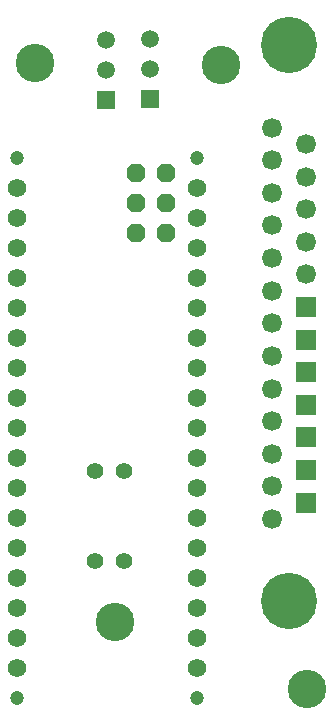
<source format=gbr>
G04 Layer_Color=255*
%FSLAX45Y45*%
%MOMM*%
%TF.FileFunction,Pads,Bot*%
%TF.Part,Single*%
G01*
G75*
%TA.AperFunction,WasherPad*%
%ADD12C,3.25999*%
%TA.AperFunction,ComponentPad*%
%ADD13R,1.50000X1.50000*%
%ADD14C,1.50000*%
%ADD15C,1.69000*%
%ADD16R,1.69000X1.69000*%
%ADD17C,4.76000*%
%ADD18C,1.19990*%
G04:AMPARAMS|DCode=19|XSize=1.5748mm|YSize=1.5748mm|CornerRadius=0mm|HoleSize=0mm|Usage=FLASHONLY|Rotation=270.000|XOffset=0mm|YOffset=0mm|HoleType=Round|Shape=Octagon|*
%AMOCTAGOND19*
4,1,8,-0.39370,-0.78740,0.39370,-0.78740,0.78740,-0.39370,0.78740,0.39370,0.39370,0.78740,-0.39370,0.78740,-0.78740,0.39370,-0.78740,-0.39370,-0.39370,-0.78740,0.0*
%
%ADD19OCTAGOND19*%

%ADD20C,1.57480*%
%ADD21C,1.40000*%
D12*
X400002Y5699999D02*
D03*
X2699998Y399999D02*
D03*
X1970002Y5690001D02*
D03*
X1080001Y970001D02*
D03*
D13*
X1369698Y5397602D02*
D03*
X1000001Y5391998D02*
D03*
D14*
X1369698Y5651602D02*
D03*
Y5905602D02*
D03*
X1000001Y5645998D02*
D03*
Y5899998D02*
D03*
D15*
X2407999Y1843400D02*
D03*
Y2119498D02*
D03*
Y2395596D02*
D03*
Y2671699D02*
D03*
Y2947797D02*
D03*
Y3223900D02*
D03*
Y3499998D02*
D03*
Y3776096D02*
D03*
X2692002Y3914150D02*
D03*
X2407999Y4052199D02*
D03*
X2692002Y4190248D02*
D03*
X2407999Y4328297D02*
D03*
X2692002Y4466346D02*
D03*
X2407999Y4604400D02*
D03*
X2692002Y4742449D02*
D03*
X2407999Y4880498D02*
D03*
X2692002Y5018547D02*
D03*
X2407999Y5156596D02*
D03*
D16*
X2692002Y1981449D02*
D03*
Y2257547D02*
D03*
Y2533650D02*
D03*
Y2809748D02*
D03*
Y3085846D02*
D03*
Y3361949D02*
D03*
Y3638047D02*
D03*
D17*
X2550000Y5852597D02*
D03*
Y1147399D02*
D03*
D18*
X1772999Y4899000D02*
D03*
X248999D02*
D03*
Y327000D02*
D03*
X1772999D02*
D03*
D19*
X1506299Y4264000D02*
D03*
X1252299D02*
D03*
X1506299Y4518000D02*
D03*
X1252299D02*
D03*
X1506299Y4772000D02*
D03*
X1252299D02*
D03*
D20*
X248999Y2867000D02*
D03*
Y3121000D02*
D03*
Y4645000D02*
D03*
Y4391000D02*
D03*
Y4137000D02*
D03*
Y3883000D02*
D03*
Y3629000D02*
D03*
Y3375000D02*
D03*
Y581000D02*
D03*
Y835000D02*
D03*
Y1089000D02*
D03*
Y2613000D02*
D03*
Y2359000D02*
D03*
Y2105000D02*
D03*
Y1851000D02*
D03*
Y1597000D02*
D03*
Y1343000D02*
D03*
X1772999Y2867000D02*
D03*
Y3121000D02*
D03*
Y4645000D02*
D03*
Y4391000D02*
D03*
Y4137000D02*
D03*
Y3883000D02*
D03*
Y3629000D02*
D03*
Y3375000D02*
D03*
Y581000D02*
D03*
Y835000D02*
D03*
Y1089000D02*
D03*
Y2613000D02*
D03*
Y2359000D02*
D03*
Y2105000D02*
D03*
Y1851000D02*
D03*
Y1597000D02*
D03*
Y1343000D02*
D03*
D21*
X909501Y1489207D02*
D03*
Y2251207D02*
D03*
X1150801Y1489207D02*
D03*
Y2251207D02*
D03*
%TF.MD5,6f3466a74ae664870e048c31cd5f1e22*%
M02*

</source>
